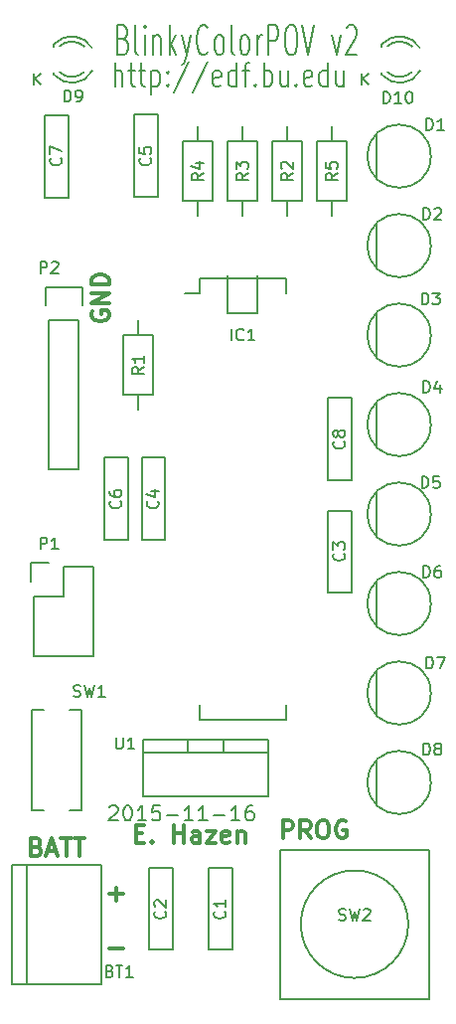
<source format=gbr>
G04 #@! TF.FileFunction,Legend,Top*
%FSLAX46Y46*%
G04 Gerber Fmt 4.6, Leading zero omitted, Abs format (unit mm)*
G04 Created by KiCad (PCBNEW 4.0.0-rc1-stable) date Tue 17 Nov 2015 04:01:17 PM EST*
%MOMM*%
G01*
G04 APERTURE LIST*
%ADD10C,0.100000*%
%ADD11C,0.300000*%
%ADD12C,0.200000*%
%ADD13C,0.203200*%
%ADD14C,0.150000*%
%ADD15C,0.127000*%
G04 APERTURE END LIST*
D10*
D11*
X50050000Y-91312857D02*
X49978571Y-91455714D01*
X49978571Y-91670000D01*
X50050000Y-91884285D01*
X50192857Y-92027143D01*
X50335714Y-92098571D01*
X50621429Y-92170000D01*
X50835714Y-92170000D01*
X51121429Y-92098571D01*
X51264286Y-92027143D01*
X51407143Y-91884285D01*
X51478571Y-91670000D01*
X51478571Y-91527143D01*
X51407143Y-91312857D01*
X51335714Y-91241428D01*
X50835714Y-91241428D01*
X50835714Y-91527143D01*
X51478571Y-90598571D02*
X49978571Y-90598571D01*
X51478571Y-89741428D01*
X49978571Y-89741428D01*
X51478571Y-89027142D02*
X49978571Y-89027142D01*
X49978571Y-88669999D01*
X50050000Y-88455714D01*
X50192857Y-88312856D01*
X50335714Y-88241428D01*
X50621429Y-88169999D01*
X50835714Y-88169999D01*
X51121429Y-88241428D01*
X51264286Y-88312856D01*
X51407143Y-88455714D01*
X51478571Y-88669999D01*
X51478571Y-89027142D01*
D12*
X64135000Y-91440000D02*
X64135000Y-88265000D01*
X61595000Y-91440000D02*
X64135000Y-91440000D01*
X61595000Y-88265000D02*
X61595000Y-91440000D01*
D11*
X53777143Y-135782857D02*
X54277143Y-135782857D01*
X54491429Y-136568571D02*
X53777143Y-136568571D01*
X53777143Y-135068571D01*
X54491429Y-135068571D01*
X55134286Y-136425714D02*
X55205714Y-136497143D01*
X55134286Y-136568571D01*
X55062857Y-136497143D01*
X55134286Y-136425714D01*
X55134286Y-136568571D01*
X56991429Y-136568571D02*
X56991429Y-135068571D01*
X56991429Y-135782857D02*
X57848572Y-135782857D01*
X57848572Y-136568571D02*
X57848572Y-135068571D01*
X59205715Y-136568571D02*
X59205715Y-135782857D01*
X59134286Y-135640000D01*
X58991429Y-135568571D01*
X58705715Y-135568571D01*
X58562858Y-135640000D01*
X59205715Y-136497143D02*
X59062858Y-136568571D01*
X58705715Y-136568571D01*
X58562858Y-136497143D01*
X58491429Y-136354286D01*
X58491429Y-136211429D01*
X58562858Y-136068571D01*
X58705715Y-135997143D01*
X59062858Y-135997143D01*
X59205715Y-135925714D01*
X59777144Y-135568571D02*
X60562858Y-135568571D01*
X59777144Y-136568571D01*
X60562858Y-136568571D01*
X61705715Y-136497143D02*
X61562858Y-136568571D01*
X61277144Y-136568571D01*
X61134287Y-136497143D01*
X61062858Y-136354286D01*
X61062858Y-135782857D01*
X61134287Y-135640000D01*
X61277144Y-135568571D01*
X61562858Y-135568571D01*
X61705715Y-135640000D01*
X61777144Y-135782857D01*
X61777144Y-135925714D01*
X61062858Y-136068571D01*
X62420001Y-135568571D02*
X62420001Y-136568571D01*
X62420001Y-135711429D02*
X62491429Y-135640000D01*
X62634287Y-135568571D01*
X62848572Y-135568571D01*
X62991429Y-135640000D01*
X63062858Y-135782857D01*
X63062858Y-136568571D01*
D13*
X51489428Y-133537476D02*
X51549904Y-133477000D01*
X51670856Y-133416524D01*
X51973237Y-133416524D01*
X52094190Y-133477000D01*
X52154666Y-133537476D01*
X52215142Y-133658429D01*
X52215142Y-133779381D01*
X52154666Y-133960810D01*
X51428952Y-134686524D01*
X52215142Y-134686524D01*
X53001333Y-133416524D02*
X53122285Y-133416524D01*
X53243237Y-133477000D01*
X53303714Y-133537476D01*
X53364190Y-133658429D01*
X53424666Y-133900333D01*
X53424666Y-134202714D01*
X53364190Y-134444619D01*
X53303714Y-134565571D01*
X53243237Y-134626048D01*
X53122285Y-134686524D01*
X53001333Y-134686524D01*
X52880380Y-134626048D01*
X52819904Y-134565571D01*
X52759428Y-134444619D01*
X52698952Y-134202714D01*
X52698952Y-133900333D01*
X52759428Y-133658429D01*
X52819904Y-133537476D01*
X52880380Y-133477000D01*
X53001333Y-133416524D01*
X54634190Y-134686524D02*
X53908476Y-134686524D01*
X54271333Y-134686524D02*
X54271333Y-133416524D01*
X54150381Y-133597952D01*
X54029428Y-133718905D01*
X53908476Y-133779381D01*
X55783238Y-133416524D02*
X55178476Y-133416524D01*
X55118000Y-134021286D01*
X55178476Y-133960810D01*
X55299428Y-133900333D01*
X55601809Y-133900333D01*
X55722762Y-133960810D01*
X55783238Y-134021286D01*
X55843714Y-134142238D01*
X55843714Y-134444619D01*
X55783238Y-134565571D01*
X55722762Y-134626048D01*
X55601809Y-134686524D01*
X55299428Y-134686524D01*
X55178476Y-134626048D01*
X55118000Y-134565571D01*
X56388000Y-134202714D02*
X57355619Y-134202714D01*
X58625619Y-134686524D02*
X57899905Y-134686524D01*
X58262762Y-134686524D02*
X58262762Y-133416524D01*
X58141810Y-133597952D01*
X58020857Y-133718905D01*
X57899905Y-133779381D01*
X59835143Y-134686524D02*
X59109429Y-134686524D01*
X59472286Y-134686524D02*
X59472286Y-133416524D01*
X59351334Y-133597952D01*
X59230381Y-133718905D01*
X59109429Y-133779381D01*
X60379429Y-134202714D02*
X61347048Y-134202714D01*
X62617048Y-134686524D02*
X61891334Y-134686524D01*
X62254191Y-134686524D02*
X62254191Y-133416524D01*
X62133239Y-133597952D01*
X62012286Y-133718905D01*
X61891334Y-133779381D01*
X63705620Y-133416524D02*
X63463715Y-133416524D01*
X63342763Y-133477000D01*
X63282286Y-133537476D01*
X63161334Y-133718905D01*
X63100858Y-133960810D01*
X63100858Y-134444619D01*
X63161334Y-134565571D01*
X63221810Y-134626048D01*
X63342763Y-134686524D01*
X63584667Y-134686524D01*
X63705620Y-134626048D01*
X63766096Y-134565571D01*
X63826572Y-134444619D01*
X63826572Y-134142238D01*
X63766096Y-134021286D01*
X63705620Y-133960810D01*
X63584667Y-133900333D01*
X63342763Y-133900333D01*
X63221810Y-133960810D01*
X63161334Y-134021286D01*
X63100858Y-134142238D01*
D11*
X51498572Y-145601429D02*
X52641429Y-145601429D01*
X51498572Y-140950143D02*
X52641429Y-140950143D01*
X52070000Y-141521571D02*
X52070000Y-140378714D01*
X45311429Y-136925857D02*
X45525715Y-136997286D01*
X45597143Y-137068714D01*
X45668572Y-137211571D01*
X45668572Y-137425857D01*
X45597143Y-137568714D01*
X45525715Y-137640143D01*
X45382857Y-137711571D01*
X44811429Y-137711571D01*
X44811429Y-136211571D01*
X45311429Y-136211571D01*
X45454286Y-136283000D01*
X45525715Y-136354429D01*
X45597143Y-136497286D01*
X45597143Y-136640143D01*
X45525715Y-136783000D01*
X45454286Y-136854429D01*
X45311429Y-136925857D01*
X44811429Y-136925857D01*
X46240000Y-137283000D02*
X46954286Y-137283000D01*
X46097143Y-137711571D02*
X46597143Y-136211571D01*
X47097143Y-137711571D01*
X47382857Y-136211571D02*
X48240000Y-136211571D01*
X47811429Y-137711571D02*
X47811429Y-136211571D01*
X48525714Y-136211571D02*
X49382857Y-136211571D01*
X48954286Y-137711571D02*
X48954286Y-136211571D01*
X66282429Y-136187571D02*
X66282429Y-134687571D01*
X66853857Y-134687571D01*
X66996715Y-134759000D01*
X67068143Y-134830429D01*
X67139572Y-134973286D01*
X67139572Y-135187571D01*
X67068143Y-135330429D01*
X66996715Y-135401857D01*
X66853857Y-135473286D01*
X66282429Y-135473286D01*
X68639572Y-136187571D02*
X68139572Y-135473286D01*
X67782429Y-136187571D02*
X67782429Y-134687571D01*
X68353857Y-134687571D01*
X68496715Y-134759000D01*
X68568143Y-134830429D01*
X68639572Y-134973286D01*
X68639572Y-135187571D01*
X68568143Y-135330429D01*
X68496715Y-135401857D01*
X68353857Y-135473286D01*
X67782429Y-135473286D01*
X69568143Y-134687571D02*
X69853857Y-134687571D01*
X69996715Y-134759000D01*
X70139572Y-134901857D01*
X70211000Y-135187571D01*
X70211000Y-135687571D01*
X70139572Y-135973286D01*
X69996715Y-136116143D01*
X69853857Y-136187571D01*
X69568143Y-136187571D01*
X69425286Y-136116143D01*
X69282429Y-135973286D01*
X69211000Y-135687571D01*
X69211000Y-135187571D01*
X69282429Y-134901857D01*
X69425286Y-134759000D01*
X69568143Y-134687571D01*
X71639572Y-134759000D02*
X71496715Y-134687571D01*
X71282429Y-134687571D01*
X71068144Y-134759000D01*
X70925286Y-134901857D01*
X70853858Y-135044714D01*
X70782429Y-135330429D01*
X70782429Y-135544714D01*
X70853858Y-135830429D01*
X70925286Y-135973286D01*
X71068144Y-136116143D01*
X71282429Y-136187571D01*
X71425286Y-136187571D01*
X71639572Y-136116143D01*
X71711001Y-136044714D01*
X71711001Y-135544714D01*
X71425286Y-135544714D01*
D13*
X51961144Y-72166238D02*
X51961144Y-70134238D01*
X52614287Y-72166238D02*
X52614287Y-71101857D01*
X52541716Y-70908333D01*
X52396573Y-70811571D01*
X52178858Y-70811571D01*
X52033716Y-70908333D01*
X51961144Y-71005095D01*
X53122287Y-70811571D02*
X53702858Y-70811571D01*
X53340001Y-70134238D02*
X53340001Y-71875952D01*
X53412573Y-72069476D01*
X53557715Y-72166238D01*
X53702858Y-72166238D01*
X53993144Y-70811571D02*
X54573715Y-70811571D01*
X54210858Y-70134238D02*
X54210858Y-71875952D01*
X54283430Y-72069476D01*
X54428572Y-72166238D01*
X54573715Y-72166238D01*
X55081715Y-70811571D02*
X55081715Y-72843571D01*
X55081715Y-70908333D02*
X55226858Y-70811571D01*
X55517144Y-70811571D01*
X55662287Y-70908333D01*
X55734858Y-71005095D01*
X55807429Y-71198619D01*
X55807429Y-71779190D01*
X55734858Y-71972714D01*
X55662287Y-72069476D01*
X55517144Y-72166238D01*
X55226858Y-72166238D01*
X55081715Y-72069476D01*
X56460572Y-71972714D02*
X56533144Y-72069476D01*
X56460572Y-72166238D01*
X56388001Y-72069476D01*
X56460572Y-71972714D01*
X56460572Y-72166238D01*
X56460572Y-70908333D02*
X56533144Y-71005095D01*
X56460572Y-71101857D01*
X56388001Y-71005095D01*
X56460572Y-70908333D01*
X56460572Y-71101857D01*
X58274858Y-70037476D02*
X56968572Y-72650048D01*
X59871429Y-70037476D02*
X58565143Y-72650048D01*
X60960000Y-72069476D02*
X60814857Y-72166238D01*
X60524571Y-72166238D01*
X60379428Y-72069476D01*
X60306857Y-71875952D01*
X60306857Y-71101857D01*
X60379428Y-70908333D01*
X60524571Y-70811571D01*
X60814857Y-70811571D01*
X60960000Y-70908333D01*
X61032571Y-71101857D01*
X61032571Y-71295381D01*
X60306857Y-71488905D01*
X62338857Y-72166238D02*
X62338857Y-70134238D01*
X62338857Y-72069476D02*
X62193714Y-72166238D01*
X61903428Y-72166238D01*
X61758286Y-72069476D01*
X61685714Y-71972714D01*
X61613143Y-71779190D01*
X61613143Y-71198619D01*
X61685714Y-71005095D01*
X61758286Y-70908333D01*
X61903428Y-70811571D01*
X62193714Y-70811571D01*
X62338857Y-70908333D01*
X62846857Y-70811571D02*
X63427428Y-70811571D01*
X63064571Y-72166238D02*
X63064571Y-70424524D01*
X63137143Y-70231000D01*
X63282285Y-70134238D01*
X63427428Y-70134238D01*
X63935428Y-71972714D02*
X64008000Y-72069476D01*
X63935428Y-72166238D01*
X63862857Y-72069476D01*
X63935428Y-71972714D01*
X63935428Y-72166238D01*
X64661142Y-72166238D02*
X64661142Y-70134238D01*
X64661142Y-70908333D02*
X64806285Y-70811571D01*
X65096571Y-70811571D01*
X65241714Y-70908333D01*
X65314285Y-71005095D01*
X65386856Y-71198619D01*
X65386856Y-71779190D01*
X65314285Y-71972714D01*
X65241714Y-72069476D01*
X65096571Y-72166238D01*
X64806285Y-72166238D01*
X64661142Y-72069476D01*
X66693142Y-70811571D02*
X66693142Y-72166238D01*
X66039999Y-70811571D02*
X66039999Y-71875952D01*
X66112571Y-72069476D01*
X66257713Y-72166238D01*
X66475428Y-72166238D01*
X66620571Y-72069476D01*
X66693142Y-71972714D01*
X67418856Y-71972714D02*
X67491428Y-72069476D01*
X67418856Y-72166238D01*
X67346285Y-72069476D01*
X67418856Y-71972714D01*
X67418856Y-72166238D01*
X68725142Y-72069476D02*
X68579999Y-72166238D01*
X68289713Y-72166238D01*
X68144570Y-72069476D01*
X68071999Y-71875952D01*
X68071999Y-71101857D01*
X68144570Y-70908333D01*
X68289713Y-70811571D01*
X68579999Y-70811571D01*
X68725142Y-70908333D01*
X68797713Y-71101857D01*
X68797713Y-71295381D01*
X68071999Y-71488905D01*
X70103999Y-72166238D02*
X70103999Y-70134238D01*
X70103999Y-72069476D02*
X69958856Y-72166238D01*
X69668570Y-72166238D01*
X69523428Y-72069476D01*
X69450856Y-71972714D01*
X69378285Y-71779190D01*
X69378285Y-71198619D01*
X69450856Y-71005095D01*
X69523428Y-70908333D01*
X69668570Y-70811571D01*
X69958856Y-70811571D01*
X70103999Y-70908333D01*
X71482856Y-70811571D02*
X71482856Y-72166238D01*
X70829713Y-70811571D02*
X70829713Y-71875952D01*
X70902285Y-72069476D01*
X71047427Y-72166238D01*
X71265142Y-72166238D01*
X71410285Y-72069476D01*
X71482856Y-71972714D01*
X52705000Y-68144571D02*
X52922714Y-68265524D01*
X52995286Y-68386476D01*
X53067857Y-68628381D01*
X53067857Y-68991238D01*
X52995286Y-69233143D01*
X52922714Y-69354095D01*
X52777572Y-69475048D01*
X52197000Y-69475048D01*
X52197000Y-66935048D01*
X52705000Y-66935048D01*
X52850143Y-67056000D01*
X52922714Y-67176952D01*
X52995286Y-67418857D01*
X52995286Y-67660762D01*
X52922714Y-67902667D01*
X52850143Y-68023619D01*
X52705000Y-68144571D01*
X52197000Y-68144571D01*
X53938714Y-69475048D02*
X53793572Y-69354095D01*
X53721000Y-69112190D01*
X53721000Y-66935048D01*
X54519286Y-69475048D02*
X54519286Y-67781714D01*
X54519286Y-66935048D02*
X54446715Y-67056000D01*
X54519286Y-67176952D01*
X54591858Y-67056000D01*
X54519286Y-66935048D01*
X54519286Y-67176952D01*
X55245000Y-67781714D02*
X55245000Y-69475048D01*
X55245000Y-68023619D02*
X55317572Y-67902667D01*
X55462714Y-67781714D01*
X55680429Y-67781714D01*
X55825572Y-67902667D01*
X55898143Y-68144571D01*
X55898143Y-69475048D01*
X56623857Y-69475048D02*
X56623857Y-66935048D01*
X56769000Y-68507429D02*
X57204429Y-69475048D01*
X57204429Y-67781714D02*
X56623857Y-68749333D01*
X57712428Y-67781714D02*
X58075285Y-69475048D01*
X58438143Y-67781714D02*
X58075285Y-69475048D01*
X57930143Y-70079810D01*
X57857571Y-70200762D01*
X57712428Y-70321714D01*
X59889571Y-69233143D02*
X59817000Y-69354095D01*
X59599286Y-69475048D01*
X59454143Y-69475048D01*
X59236428Y-69354095D01*
X59091286Y-69112190D01*
X59018714Y-68870286D01*
X58946143Y-68386476D01*
X58946143Y-68023619D01*
X59018714Y-67539810D01*
X59091286Y-67297905D01*
X59236428Y-67056000D01*
X59454143Y-66935048D01*
X59599286Y-66935048D01*
X59817000Y-67056000D01*
X59889571Y-67176952D01*
X60760428Y-69475048D02*
X60615286Y-69354095D01*
X60542714Y-69233143D01*
X60470143Y-68991238D01*
X60470143Y-68265524D01*
X60542714Y-68023619D01*
X60615286Y-67902667D01*
X60760428Y-67781714D01*
X60978143Y-67781714D01*
X61123286Y-67902667D01*
X61195857Y-68023619D01*
X61268428Y-68265524D01*
X61268428Y-68991238D01*
X61195857Y-69233143D01*
X61123286Y-69354095D01*
X60978143Y-69475048D01*
X60760428Y-69475048D01*
X62139285Y-69475048D02*
X61994143Y-69354095D01*
X61921571Y-69112190D01*
X61921571Y-66935048D01*
X62937571Y-69475048D02*
X62792429Y-69354095D01*
X62719857Y-69233143D01*
X62647286Y-68991238D01*
X62647286Y-68265524D01*
X62719857Y-68023619D01*
X62792429Y-67902667D01*
X62937571Y-67781714D01*
X63155286Y-67781714D01*
X63300429Y-67902667D01*
X63373000Y-68023619D01*
X63445571Y-68265524D01*
X63445571Y-68991238D01*
X63373000Y-69233143D01*
X63300429Y-69354095D01*
X63155286Y-69475048D01*
X62937571Y-69475048D01*
X64098714Y-69475048D02*
X64098714Y-67781714D01*
X64098714Y-68265524D02*
X64171286Y-68023619D01*
X64243857Y-67902667D01*
X64389000Y-67781714D01*
X64534143Y-67781714D01*
X65042143Y-69475048D02*
X65042143Y-66935048D01*
X65622715Y-66935048D01*
X65767857Y-67056000D01*
X65840429Y-67176952D01*
X65913000Y-67418857D01*
X65913000Y-67781714D01*
X65840429Y-68023619D01*
X65767857Y-68144571D01*
X65622715Y-68265524D01*
X65042143Y-68265524D01*
X66856429Y-66935048D02*
X67146715Y-66935048D01*
X67291857Y-67056000D01*
X67437000Y-67297905D01*
X67509572Y-67781714D01*
X67509572Y-68628381D01*
X67437000Y-69112190D01*
X67291857Y-69354095D01*
X67146715Y-69475048D01*
X66856429Y-69475048D01*
X66711286Y-69354095D01*
X66566143Y-69112190D01*
X66493572Y-68628381D01*
X66493572Y-67781714D01*
X66566143Y-67297905D01*
X66711286Y-67056000D01*
X66856429Y-66935048D01*
X67945000Y-66935048D02*
X68453000Y-69475048D01*
X68961000Y-66935048D01*
X70485000Y-67781714D02*
X70847857Y-69475048D01*
X71210715Y-67781714D01*
X71718715Y-67176952D02*
X71791286Y-67056000D01*
X71936429Y-66935048D01*
X72299286Y-66935048D01*
X72444429Y-67056000D01*
X72517000Y-67176952D01*
X72589572Y-67418857D01*
X72589572Y-67660762D01*
X72517000Y-68023619D01*
X71646143Y-69475048D01*
X72589572Y-69475048D01*
D14*
X44450000Y-148590000D02*
X44450000Y-138430000D01*
X43180000Y-148590000D02*
X50800000Y-148590000D01*
X50800000Y-148590000D02*
X50800000Y-138430000D01*
X50800000Y-138430000D02*
X43180000Y-138430000D01*
X43180000Y-138430000D02*
X43180000Y-148590000D01*
X61960000Y-138700000D02*
X61960000Y-145700000D01*
X61960000Y-145700000D02*
X59960000Y-145700000D01*
X59960000Y-145700000D02*
X59960000Y-138700000D01*
X59960000Y-138700000D02*
X61960000Y-138700000D01*
X56880000Y-138700000D02*
X56880000Y-145700000D01*
X56880000Y-145700000D02*
X54880000Y-145700000D01*
X54880000Y-145700000D02*
X54880000Y-138700000D01*
X54880000Y-138700000D02*
X56880000Y-138700000D01*
X70120000Y-115300000D02*
X70120000Y-108300000D01*
X70120000Y-108300000D02*
X72120000Y-108300000D01*
X72120000Y-108300000D02*
X72120000Y-115300000D01*
X72120000Y-115300000D02*
X70120000Y-115300000D01*
X56245000Y-103775000D02*
X56245000Y-110775000D01*
X56245000Y-110775000D02*
X54245000Y-110775000D01*
X54245000Y-110775000D02*
X54245000Y-103775000D01*
X54245000Y-103775000D02*
X56245000Y-103775000D01*
X55610000Y-74565000D02*
X55610000Y-81565000D01*
X55610000Y-81565000D02*
X53610000Y-81565000D01*
X53610000Y-81565000D02*
X53610000Y-74565000D01*
X53610000Y-74565000D02*
X55610000Y-74565000D01*
X45990000Y-81645000D02*
X45990000Y-74645000D01*
X45990000Y-74645000D02*
X47990000Y-74645000D01*
X47990000Y-74645000D02*
X47990000Y-81645000D01*
X47990000Y-81645000D02*
X45990000Y-81645000D01*
X72120000Y-98695000D02*
X72120000Y-105695000D01*
X72120000Y-105695000D02*
X70120000Y-105695000D01*
X70120000Y-105695000D02*
X70120000Y-98695000D01*
X70120000Y-98695000D02*
X72120000Y-98695000D01*
X59190000Y-88510000D02*
X59190000Y-89780000D01*
X66540000Y-88510000D02*
X66540000Y-89780000D01*
X66540000Y-126120000D02*
X66540000Y-124850000D01*
X59190000Y-126120000D02*
X59190000Y-124850000D01*
X59190000Y-88510000D02*
X66540000Y-88510000D01*
X59190000Y-126120000D02*
X66540000Y-126120000D01*
X59190000Y-89780000D02*
X57905000Y-89780000D01*
X45085000Y-115570000D02*
X45085000Y-120650000D01*
X44805000Y-112750000D02*
X46355000Y-112750000D01*
X47625000Y-113030000D02*
X47625000Y-115570000D01*
X47625000Y-115570000D02*
X45085000Y-115570000D01*
X45085000Y-120650000D02*
X50165000Y-120650000D01*
X50165000Y-120650000D02*
X50165000Y-115570000D01*
X44805000Y-112750000D02*
X44805000Y-114300000D01*
X50165000Y-113030000D02*
X47625000Y-113030000D01*
X50165000Y-115570000D02*
X50165000Y-113030000D01*
X48895000Y-92075000D02*
X48895000Y-104775000D01*
X48895000Y-104775000D02*
X46355000Y-104775000D01*
X46355000Y-104775000D02*
X46355000Y-92075000D01*
X49175000Y-89255000D02*
X49175000Y-90805000D01*
X48895000Y-92075000D02*
X46355000Y-92075000D01*
X46075000Y-90805000D02*
X46075000Y-89255000D01*
X46075000Y-89255000D02*
X49175000Y-89255000D01*
X52705000Y-98425000D02*
X52705000Y-93345000D01*
X52705000Y-93345000D02*
X55245000Y-93345000D01*
X55245000Y-93345000D02*
X55245000Y-98425000D01*
X55245000Y-98425000D02*
X52705000Y-98425000D01*
X53975000Y-98425000D02*
X53975000Y-99695000D01*
X53975000Y-93345000D02*
X53975000Y-92075000D01*
X65405000Y-81915000D02*
X65405000Y-76835000D01*
X65405000Y-76835000D02*
X67945000Y-76835000D01*
X67945000Y-76835000D02*
X67945000Y-81915000D01*
X67945000Y-81915000D02*
X65405000Y-81915000D01*
X66675000Y-81915000D02*
X66675000Y-83185000D01*
X66675000Y-76835000D02*
X66675000Y-75565000D01*
X61595000Y-81915000D02*
X61595000Y-76835000D01*
X61595000Y-76835000D02*
X64135000Y-76835000D01*
X64135000Y-76835000D02*
X64135000Y-81915000D01*
X64135000Y-81915000D02*
X61595000Y-81915000D01*
X62865000Y-81915000D02*
X62865000Y-83185000D01*
X62865000Y-76835000D02*
X62865000Y-75565000D01*
X57785000Y-81915000D02*
X57785000Y-76835000D01*
X57785000Y-76835000D02*
X60325000Y-76835000D01*
X60325000Y-76835000D02*
X60325000Y-81915000D01*
X60325000Y-81915000D02*
X57785000Y-81915000D01*
X59055000Y-81915000D02*
X59055000Y-83185000D01*
X59055000Y-76835000D02*
X59055000Y-75565000D01*
X69215000Y-81915000D02*
X69215000Y-76835000D01*
X69215000Y-76835000D02*
X71755000Y-76835000D01*
X71755000Y-76835000D02*
X71755000Y-81915000D01*
X71755000Y-81915000D02*
X69215000Y-81915000D01*
X70485000Y-81915000D02*
X70485000Y-83185000D01*
X70485000Y-76835000D02*
X70485000Y-75565000D01*
X58166000Y-127762000D02*
X58166000Y-128905000D01*
X61214000Y-127762000D02*
X61214000Y-128905000D01*
X65024000Y-128905000D02*
X65024000Y-132588000D01*
X65024000Y-132588000D02*
X54356000Y-132588000D01*
X54356000Y-132588000D02*
X54356000Y-128905000D01*
X65024000Y-127762000D02*
X65024000Y-128905000D01*
X65024000Y-128905000D02*
X54356000Y-128905000D01*
X54356000Y-128905000D02*
X54356000Y-127762000D01*
X59690000Y-127762000D02*
X54356000Y-127762000D01*
X59690000Y-127762000D02*
X65024000Y-127762000D01*
D15*
X74295000Y-133350000D02*
X74295000Y-129540000D01*
X78894077Y-131445000D02*
G75*
G03X78894077Y-131445000I-2694077J0D01*
G01*
X74295000Y-125730000D02*
X74295000Y-121920000D01*
X78894077Y-123825000D02*
G75*
G03X78894077Y-123825000I-2694077J0D01*
G01*
X74295000Y-118110000D02*
X74295000Y-114300000D01*
X78894077Y-116205000D02*
G75*
G03X78894077Y-116205000I-2694077J0D01*
G01*
X74295000Y-110490000D02*
X74295000Y-106680000D01*
X78894077Y-108585000D02*
G75*
G03X78894077Y-108585000I-2694077J0D01*
G01*
X74295000Y-102870000D02*
X74295000Y-99060000D01*
X78894077Y-100965000D02*
G75*
G03X78894077Y-100965000I-2694077J0D01*
G01*
X74295000Y-95250000D02*
X74295000Y-91440000D01*
X78894077Y-93345000D02*
G75*
G03X78894077Y-93345000I-2694077J0D01*
G01*
X74295000Y-87630000D02*
X74295000Y-83820000D01*
X78894077Y-85725000D02*
G75*
G03X78894077Y-85725000I-2694077J0D01*
G01*
X74295000Y-80010000D02*
X74295000Y-76200000D01*
X78894077Y-78105000D02*
G75*
G03X78894077Y-78105000I-2694077J0D01*
G01*
D14*
X46791000Y-71164000D02*
X46791000Y-70964000D01*
X46791000Y-68570000D02*
X46791000Y-68750000D01*
X50018744Y-68880357D02*
G75*
G03X46791000Y-68564000I-1727744J-1003643D01*
G01*
X49343006Y-68750932D02*
G75*
G03X47240000Y-68750000I-1052006J-1133068D01*
G01*
X46803780Y-71190726D02*
G75*
G03X50041000Y-70844000I1497220J1306726D01*
G01*
X47277111Y-70963253D02*
G75*
G03X49325000Y-70944000I1013889J1079253D01*
G01*
X74731000Y-71164000D02*
X74731000Y-70964000D01*
X74731000Y-68570000D02*
X74731000Y-68750000D01*
X77958744Y-68880357D02*
G75*
G03X74731000Y-68564000I-1727744J-1003643D01*
G01*
X77283006Y-68750932D02*
G75*
G03X75180000Y-68750000I-1052006J-1133068D01*
G01*
X74743780Y-71190726D02*
G75*
G03X77981000Y-70844000I1497220J1306726D01*
G01*
X75217111Y-70963253D02*
G75*
G03X77265000Y-70944000I1013889J1079253D01*
G01*
X45890000Y-133840000D02*
X44890000Y-133840000D01*
X44890000Y-133840000D02*
X44890000Y-129540000D01*
X48090000Y-125240000D02*
X49090000Y-125240000D01*
X49090000Y-125240000D02*
X49090000Y-133840000D01*
X49090000Y-133840000D02*
X48090000Y-133840000D01*
X44890000Y-129540000D02*
X44890000Y-125240000D01*
X44890000Y-125240000D02*
X45890000Y-125240000D01*
X76969050Y-143510000D02*
G75*
G03X76969050Y-143510000I-4579050J0D01*
G01*
X66040000Y-137160000D02*
X78740000Y-137160000D01*
X78740000Y-137160000D02*
X78740000Y-149860000D01*
X78740000Y-149860000D02*
X66040000Y-149860000D01*
X66040000Y-149860000D02*
X66040000Y-137160000D01*
X53070000Y-103775000D02*
X53070000Y-110775000D01*
X53070000Y-110775000D02*
X51070000Y-110775000D01*
X51070000Y-110775000D02*
X51070000Y-103775000D01*
X51070000Y-103775000D02*
X53070000Y-103775000D01*
X51538286Y-147502571D02*
X51681143Y-147550190D01*
X51728762Y-147597810D01*
X51776381Y-147693048D01*
X51776381Y-147835905D01*
X51728762Y-147931143D01*
X51681143Y-147978762D01*
X51585905Y-148026381D01*
X51204952Y-148026381D01*
X51204952Y-147026381D01*
X51538286Y-147026381D01*
X51633524Y-147074000D01*
X51681143Y-147121619D01*
X51728762Y-147216857D01*
X51728762Y-147312095D01*
X51681143Y-147407333D01*
X51633524Y-147454952D01*
X51538286Y-147502571D01*
X51204952Y-147502571D01*
X52062095Y-147026381D02*
X52633524Y-147026381D01*
X52347809Y-148026381D02*
X52347809Y-147026381D01*
X53490667Y-148026381D02*
X52919238Y-148026381D01*
X53204952Y-148026381D02*
X53204952Y-147026381D01*
X53109714Y-147169238D01*
X53014476Y-147264476D01*
X52919238Y-147312095D01*
X61317143Y-142406666D02*
X61364762Y-142454285D01*
X61412381Y-142597142D01*
X61412381Y-142692380D01*
X61364762Y-142835238D01*
X61269524Y-142930476D01*
X61174286Y-142978095D01*
X60983810Y-143025714D01*
X60840952Y-143025714D01*
X60650476Y-142978095D01*
X60555238Y-142930476D01*
X60460000Y-142835238D01*
X60412381Y-142692380D01*
X60412381Y-142597142D01*
X60460000Y-142454285D01*
X60507619Y-142406666D01*
X61412381Y-141454285D02*
X61412381Y-142025714D01*
X61412381Y-141740000D02*
X60412381Y-141740000D01*
X60555238Y-141835238D01*
X60650476Y-141930476D01*
X60698095Y-142025714D01*
X56237143Y-142406666D02*
X56284762Y-142454285D01*
X56332381Y-142597142D01*
X56332381Y-142692380D01*
X56284762Y-142835238D01*
X56189524Y-142930476D01*
X56094286Y-142978095D01*
X55903810Y-143025714D01*
X55760952Y-143025714D01*
X55570476Y-142978095D01*
X55475238Y-142930476D01*
X55380000Y-142835238D01*
X55332381Y-142692380D01*
X55332381Y-142597142D01*
X55380000Y-142454285D01*
X55427619Y-142406666D01*
X55427619Y-142025714D02*
X55380000Y-141978095D01*
X55332381Y-141882857D01*
X55332381Y-141644761D01*
X55380000Y-141549523D01*
X55427619Y-141501904D01*
X55522857Y-141454285D01*
X55618095Y-141454285D01*
X55760952Y-141501904D01*
X56332381Y-142073333D01*
X56332381Y-141454285D01*
X71477143Y-111926666D02*
X71524762Y-111974285D01*
X71572381Y-112117142D01*
X71572381Y-112212380D01*
X71524762Y-112355238D01*
X71429524Y-112450476D01*
X71334286Y-112498095D01*
X71143810Y-112545714D01*
X71000952Y-112545714D01*
X70810476Y-112498095D01*
X70715238Y-112450476D01*
X70620000Y-112355238D01*
X70572381Y-112212380D01*
X70572381Y-112117142D01*
X70620000Y-111974285D01*
X70667619Y-111926666D01*
X70572381Y-111593333D02*
X70572381Y-110974285D01*
X70953333Y-111307619D01*
X70953333Y-111164761D01*
X71000952Y-111069523D01*
X71048571Y-111021904D01*
X71143810Y-110974285D01*
X71381905Y-110974285D01*
X71477143Y-111021904D01*
X71524762Y-111069523D01*
X71572381Y-111164761D01*
X71572381Y-111450476D01*
X71524762Y-111545714D01*
X71477143Y-111593333D01*
X55602143Y-107481666D02*
X55649762Y-107529285D01*
X55697381Y-107672142D01*
X55697381Y-107767380D01*
X55649762Y-107910238D01*
X55554524Y-108005476D01*
X55459286Y-108053095D01*
X55268810Y-108100714D01*
X55125952Y-108100714D01*
X54935476Y-108053095D01*
X54840238Y-108005476D01*
X54745000Y-107910238D01*
X54697381Y-107767380D01*
X54697381Y-107672142D01*
X54745000Y-107529285D01*
X54792619Y-107481666D01*
X55030714Y-106624523D02*
X55697381Y-106624523D01*
X54649762Y-106862619D02*
X55364048Y-107100714D01*
X55364048Y-106481666D01*
X54967143Y-78271666D02*
X55014762Y-78319285D01*
X55062381Y-78462142D01*
X55062381Y-78557380D01*
X55014762Y-78700238D01*
X54919524Y-78795476D01*
X54824286Y-78843095D01*
X54633810Y-78890714D01*
X54490952Y-78890714D01*
X54300476Y-78843095D01*
X54205238Y-78795476D01*
X54110000Y-78700238D01*
X54062381Y-78557380D01*
X54062381Y-78462142D01*
X54110000Y-78319285D01*
X54157619Y-78271666D01*
X54062381Y-77366904D02*
X54062381Y-77843095D01*
X54538571Y-77890714D01*
X54490952Y-77843095D01*
X54443333Y-77747857D01*
X54443333Y-77509761D01*
X54490952Y-77414523D01*
X54538571Y-77366904D01*
X54633810Y-77319285D01*
X54871905Y-77319285D01*
X54967143Y-77366904D01*
X55014762Y-77414523D01*
X55062381Y-77509761D01*
X55062381Y-77747857D01*
X55014762Y-77843095D01*
X54967143Y-77890714D01*
X47347143Y-78271666D02*
X47394762Y-78319285D01*
X47442381Y-78462142D01*
X47442381Y-78557380D01*
X47394762Y-78700238D01*
X47299524Y-78795476D01*
X47204286Y-78843095D01*
X47013810Y-78890714D01*
X46870952Y-78890714D01*
X46680476Y-78843095D01*
X46585238Y-78795476D01*
X46490000Y-78700238D01*
X46442381Y-78557380D01*
X46442381Y-78462142D01*
X46490000Y-78319285D01*
X46537619Y-78271666D01*
X46442381Y-77938333D02*
X46442381Y-77271666D01*
X47442381Y-77700238D01*
X71477143Y-102401666D02*
X71524762Y-102449285D01*
X71572381Y-102592142D01*
X71572381Y-102687380D01*
X71524762Y-102830238D01*
X71429524Y-102925476D01*
X71334286Y-102973095D01*
X71143810Y-103020714D01*
X71000952Y-103020714D01*
X70810476Y-102973095D01*
X70715238Y-102925476D01*
X70620000Y-102830238D01*
X70572381Y-102687380D01*
X70572381Y-102592142D01*
X70620000Y-102449285D01*
X70667619Y-102401666D01*
X71000952Y-101830238D02*
X70953333Y-101925476D01*
X70905714Y-101973095D01*
X70810476Y-102020714D01*
X70762857Y-102020714D01*
X70667619Y-101973095D01*
X70620000Y-101925476D01*
X70572381Y-101830238D01*
X70572381Y-101639761D01*
X70620000Y-101544523D01*
X70667619Y-101496904D01*
X70762857Y-101449285D01*
X70810476Y-101449285D01*
X70905714Y-101496904D01*
X70953333Y-101544523D01*
X71000952Y-101639761D01*
X71000952Y-101830238D01*
X71048571Y-101925476D01*
X71096190Y-101973095D01*
X71191429Y-102020714D01*
X71381905Y-102020714D01*
X71477143Y-101973095D01*
X71524762Y-101925476D01*
X71572381Y-101830238D01*
X71572381Y-101639761D01*
X71524762Y-101544523D01*
X71477143Y-101496904D01*
X71381905Y-101449285D01*
X71191429Y-101449285D01*
X71096190Y-101496904D01*
X71048571Y-101544523D01*
X71000952Y-101639761D01*
X61888810Y-93797381D02*
X61888810Y-92797381D01*
X62936429Y-93702143D02*
X62888810Y-93749762D01*
X62745953Y-93797381D01*
X62650715Y-93797381D01*
X62507857Y-93749762D01*
X62412619Y-93654524D01*
X62365000Y-93559286D01*
X62317381Y-93368810D01*
X62317381Y-93225952D01*
X62365000Y-93035476D01*
X62412619Y-92940238D01*
X62507857Y-92845000D01*
X62650715Y-92797381D01*
X62745953Y-92797381D01*
X62888810Y-92845000D01*
X62936429Y-92892619D01*
X63888810Y-93797381D02*
X63317381Y-93797381D01*
X63603095Y-93797381D02*
X63603095Y-92797381D01*
X63507857Y-92940238D01*
X63412619Y-93035476D01*
X63317381Y-93083095D01*
X45616905Y-111577381D02*
X45616905Y-110577381D01*
X45997858Y-110577381D01*
X46093096Y-110625000D01*
X46140715Y-110672619D01*
X46188334Y-110767857D01*
X46188334Y-110910714D01*
X46140715Y-111005952D01*
X46093096Y-111053571D01*
X45997858Y-111101190D01*
X45616905Y-111101190D01*
X47140715Y-111577381D02*
X46569286Y-111577381D01*
X46855000Y-111577381D02*
X46855000Y-110577381D01*
X46759762Y-110720238D01*
X46664524Y-110815476D01*
X46569286Y-110863095D01*
X45616905Y-88082381D02*
X45616905Y-87082381D01*
X45997858Y-87082381D01*
X46093096Y-87130000D01*
X46140715Y-87177619D01*
X46188334Y-87272857D01*
X46188334Y-87415714D01*
X46140715Y-87510952D01*
X46093096Y-87558571D01*
X45997858Y-87606190D01*
X45616905Y-87606190D01*
X46569286Y-87177619D02*
X46616905Y-87130000D01*
X46712143Y-87082381D01*
X46950239Y-87082381D01*
X47045477Y-87130000D01*
X47093096Y-87177619D01*
X47140715Y-87272857D01*
X47140715Y-87368095D01*
X47093096Y-87510952D01*
X46521667Y-88082381D01*
X47140715Y-88082381D01*
X54427381Y-96051666D02*
X53951190Y-96385000D01*
X54427381Y-96623095D02*
X53427381Y-96623095D01*
X53427381Y-96242142D01*
X53475000Y-96146904D01*
X53522619Y-96099285D01*
X53617857Y-96051666D01*
X53760714Y-96051666D01*
X53855952Y-96099285D01*
X53903571Y-96146904D01*
X53951190Y-96242142D01*
X53951190Y-96623095D01*
X54427381Y-95099285D02*
X54427381Y-95670714D01*
X54427381Y-95385000D02*
X53427381Y-95385000D01*
X53570238Y-95480238D01*
X53665476Y-95575476D01*
X53713095Y-95670714D01*
X67127381Y-79541666D02*
X66651190Y-79875000D01*
X67127381Y-80113095D02*
X66127381Y-80113095D01*
X66127381Y-79732142D01*
X66175000Y-79636904D01*
X66222619Y-79589285D01*
X66317857Y-79541666D01*
X66460714Y-79541666D01*
X66555952Y-79589285D01*
X66603571Y-79636904D01*
X66651190Y-79732142D01*
X66651190Y-80113095D01*
X66222619Y-79160714D02*
X66175000Y-79113095D01*
X66127381Y-79017857D01*
X66127381Y-78779761D01*
X66175000Y-78684523D01*
X66222619Y-78636904D01*
X66317857Y-78589285D01*
X66413095Y-78589285D01*
X66555952Y-78636904D01*
X67127381Y-79208333D01*
X67127381Y-78589285D01*
X63317381Y-79541666D02*
X62841190Y-79875000D01*
X63317381Y-80113095D02*
X62317381Y-80113095D01*
X62317381Y-79732142D01*
X62365000Y-79636904D01*
X62412619Y-79589285D01*
X62507857Y-79541666D01*
X62650714Y-79541666D01*
X62745952Y-79589285D01*
X62793571Y-79636904D01*
X62841190Y-79732142D01*
X62841190Y-80113095D01*
X62317381Y-79208333D02*
X62317381Y-78589285D01*
X62698333Y-78922619D01*
X62698333Y-78779761D01*
X62745952Y-78684523D01*
X62793571Y-78636904D01*
X62888810Y-78589285D01*
X63126905Y-78589285D01*
X63222143Y-78636904D01*
X63269762Y-78684523D01*
X63317381Y-78779761D01*
X63317381Y-79065476D01*
X63269762Y-79160714D01*
X63222143Y-79208333D01*
X59507381Y-79541666D02*
X59031190Y-79875000D01*
X59507381Y-80113095D02*
X58507381Y-80113095D01*
X58507381Y-79732142D01*
X58555000Y-79636904D01*
X58602619Y-79589285D01*
X58697857Y-79541666D01*
X58840714Y-79541666D01*
X58935952Y-79589285D01*
X58983571Y-79636904D01*
X59031190Y-79732142D01*
X59031190Y-80113095D01*
X58840714Y-78684523D02*
X59507381Y-78684523D01*
X58459762Y-78922619D02*
X59174048Y-79160714D01*
X59174048Y-78541666D01*
X70937381Y-79541666D02*
X70461190Y-79875000D01*
X70937381Y-80113095D02*
X69937381Y-80113095D01*
X69937381Y-79732142D01*
X69985000Y-79636904D01*
X70032619Y-79589285D01*
X70127857Y-79541666D01*
X70270714Y-79541666D01*
X70365952Y-79589285D01*
X70413571Y-79636904D01*
X70461190Y-79732142D01*
X70461190Y-80113095D01*
X69937381Y-78636904D02*
X69937381Y-79113095D01*
X70413571Y-79160714D01*
X70365952Y-79113095D01*
X70318333Y-79017857D01*
X70318333Y-78779761D01*
X70365952Y-78684523D01*
X70413571Y-78636904D01*
X70508810Y-78589285D01*
X70746905Y-78589285D01*
X70842143Y-78636904D01*
X70889762Y-78684523D01*
X70937381Y-78779761D01*
X70937381Y-79017857D01*
X70889762Y-79113095D01*
X70842143Y-79160714D01*
X52070095Y-127595381D02*
X52070095Y-128404905D01*
X52117714Y-128500143D01*
X52165333Y-128547762D01*
X52260571Y-128595381D01*
X52451048Y-128595381D01*
X52546286Y-128547762D01*
X52593905Y-128500143D01*
X52641524Y-128404905D01*
X52641524Y-127595381D01*
X53641524Y-128595381D02*
X53070095Y-128595381D01*
X53355809Y-128595381D02*
X53355809Y-127595381D01*
X53260571Y-127738238D01*
X53165333Y-127833476D01*
X53070095Y-127881095D01*
X78255905Y-129103381D02*
X78255905Y-128103381D01*
X78494000Y-128103381D01*
X78636858Y-128151000D01*
X78732096Y-128246238D01*
X78779715Y-128341476D01*
X78827334Y-128531952D01*
X78827334Y-128674810D01*
X78779715Y-128865286D01*
X78732096Y-128960524D01*
X78636858Y-129055762D01*
X78494000Y-129103381D01*
X78255905Y-129103381D01*
X79398762Y-128531952D02*
X79303524Y-128484333D01*
X79255905Y-128436714D01*
X79208286Y-128341476D01*
X79208286Y-128293857D01*
X79255905Y-128198619D01*
X79303524Y-128151000D01*
X79398762Y-128103381D01*
X79589239Y-128103381D01*
X79684477Y-128151000D01*
X79732096Y-128198619D01*
X79779715Y-128293857D01*
X79779715Y-128341476D01*
X79732096Y-128436714D01*
X79684477Y-128484333D01*
X79589239Y-128531952D01*
X79398762Y-128531952D01*
X79303524Y-128579571D01*
X79255905Y-128627190D01*
X79208286Y-128722429D01*
X79208286Y-128912905D01*
X79255905Y-129008143D01*
X79303524Y-129055762D01*
X79398762Y-129103381D01*
X79589239Y-129103381D01*
X79684477Y-129055762D01*
X79732096Y-129008143D01*
X79779715Y-128912905D01*
X79779715Y-128722429D01*
X79732096Y-128627190D01*
X79684477Y-128579571D01*
X79589239Y-128531952D01*
X78509905Y-121737381D02*
X78509905Y-120737381D01*
X78748000Y-120737381D01*
X78890858Y-120785000D01*
X78986096Y-120880238D01*
X79033715Y-120975476D01*
X79081334Y-121165952D01*
X79081334Y-121308810D01*
X79033715Y-121499286D01*
X78986096Y-121594524D01*
X78890858Y-121689762D01*
X78748000Y-121737381D01*
X78509905Y-121737381D01*
X79414667Y-120737381D02*
X80081334Y-120737381D01*
X79652762Y-121737381D01*
X78255905Y-113990381D02*
X78255905Y-112990381D01*
X78494000Y-112990381D01*
X78636858Y-113038000D01*
X78732096Y-113133238D01*
X78779715Y-113228476D01*
X78827334Y-113418952D01*
X78827334Y-113561810D01*
X78779715Y-113752286D01*
X78732096Y-113847524D01*
X78636858Y-113942762D01*
X78494000Y-113990381D01*
X78255905Y-113990381D01*
X79684477Y-112990381D02*
X79494000Y-112990381D01*
X79398762Y-113038000D01*
X79351143Y-113085619D01*
X79255905Y-113228476D01*
X79208286Y-113418952D01*
X79208286Y-113799905D01*
X79255905Y-113895143D01*
X79303524Y-113942762D01*
X79398762Y-113990381D01*
X79589239Y-113990381D01*
X79684477Y-113942762D01*
X79732096Y-113895143D01*
X79779715Y-113799905D01*
X79779715Y-113561810D01*
X79732096Y-113466571D01*
X79684477Y-113418952D01*
X79589239Y-113371333D01*
X79398762Y-113371333D01*
X79303524Y-113418952D01*
X79255905Y-113466571D01*
X79208286Y-113561810D01*
X78128905Y-106370381D02*
X78128905Y-105370381D01*
X78367000Y-105370381D01*
X78509858Y-105418000D01*
X78605096Y-105513238D01*
X78652715Y-105608476D01*
X78700334Y-105798952D01*
X78700334Y-105941810D01*
X78652715Y-106132286D01*
X78605096Y-106227524D01*
X78509858Y-106322762D01*
X78367000Y-106370381D01*
X78128905Y-106370381D01*
X79605096Y-105370381D02*
X79128905Y-105370381D01*
X79081286Y-105846571D01*
X79128905Y-105798952D01*
X79224143Y-105751333D01*
X79462239Y-105751333D01*
X79557477Y-105798952D01*
X79605096Y-105846571D01*
X79652715Y-105941810D01*
X79652715Y-106179905D01*
X79605096Y-106275143D01*
X79557477Y-106322762D01*
X79462239Y-106370381D01*
X79224143Y-106370381D01*
X79128905Y-106322762D01*
X79081286Y-106275143D01*
X78255905Y-98242381D02*
X78255905Y-97242381D01*
X78494000Y-97242381D01*
X78636858Y-97290000D01*
X78732096Y-97385238D01*
X78779715Y-97480476D01*
X78827334Y-97670952D01*
X78827334Y-97813810D01*
X78779715Y-98004286D01*
X78732096Y-98099524D01*
X78636858Y-98194762D01*
X78494000Y-98242381D01*
X78255905Y-98242381D01*
X79684477Y-97575714D02*
X79684477Y-98242381D01*
X79446381Y-97194762D02*
X79208286Y-97909048D01*
X79827334Y-97909048D01*
X78128905Y-90749381D02*
X78128905Y-89749381D01*
X78367000Y-89749381D01*
X78509858Y-89797000D01*
X78605096Y-89892238D01*
X78652715Y-89987476D01*
X78700334Y-90177952D01*
X78700334Y-90320810D01*
X78652715Y-90511286D01*
X78605096Y-90606524D01*
X78509858Y-90701762D01*
X78367000Y-90749381D01*
X78128905Y-90749381D01*
X79033667Y-89749381D02*
X79652715Y-89749381D01*
X79319381Y-90130333D01*
X79462239Y-90130333D01*
X79557477Y-90177952D01*
X79605096Y-90225571D01*
X79652715Y-90320810D01*
X79652715Y-90558905D01*
X79605096Y-90654143D01*
X79557477Y-90701762D01*
X79462239Y-90749381D01*
X79176524Y-90749381D01*
X79081286Y-90701762D01*
X79033667Y-90654143D01*
X78255905Y-83510381D02*
X78255905Y-82510381D01*
X78494000Y-82510381D01*
X78636858Y-82558000D01*
X78732096Y-82653238D01*
X78779715Y-82748476D01*
X78827334Y-82938952D01*
X78827334Y-83081810D01*
X78779715Y-83272286D01*
X78732096Y-83367524D01*
X78636858Y-83462762D01*
X78494000Y-83510381D01*
X78255905Y-83510381D01*
X79208286Y-82605619D02*
X79255905Y-82558000D01*
X79351143Y-82510381D01*
X79589239Y-82510381D01*
X79684477Y-82558000D01*
X79732096Y-82605619D01*
X79779715Y-82700857D01*
X79779715Y-82796095D01*
X79732096Y-82938952D01*
X79160667Y-83510381D01*
X79779715Y-83510381D01*
X78509905Y-75890381D02*
X78509905Y-74890381D01*
X78748000Y-74890381D01*
X78890858Y-74938000D01*
X78986096Y-75033238D01*
X79033715Y-75128476D01*
X79081334Y-75318952D01*
X79081334Y-75461810D01*
X79033715Y-75652286D01*
X78986096Y-75747524D01*
X78890858Y-75842762D01*
X78748000Y-75890381D01*
X78509905Y-75890381D01*
X80033715Y-75890381D02*
X79462286Y-75890381D01*
X79748000Y-75890381D02*
X79748000Y-74890381D01*
X79652762Y-75033238D01*
X79557524Y-75128476D01*
X79462286Y-75176095D01*
X47648905Y-73477381D02*
X47648905Y-72477381D01*
X47887000Y-72477381D01*
X48029858Y-72525000D01*
X48125096Y-72620238D01*
X48172715Y-72715476D01*
X48220334Y-72905952D01*
X48220334Y-73048810D01*
X48172715Y-73239286D01*
X48125096Y-73334524D01*
X48029858Y-73429762D01*
X47887000Y-73477381D01*
X47648905Y-73477381D01*
X48696524Y-73477381D02*
X48887000Y-73477381D01*
X48982239Y-73429762D01*
X49029858Y-73382143D01*
X49125096Y-73239286D01*
X49172715Y-73048810D01*
X49172715Y-72667857D01*
X49125096Y-72572619D01*
X49077477Y-72525000D01*
X48982239Y-72477381D01*
X48791762Y-72477381D01*
X48696524Y-72525000D01*
X48648905Y-72572619D01*
X48601286Y-72667857D01*
X48601286Y-72905952D01*
X48648905Y-73001190D01*
X48696524Y-73048810D01*
X48791762Y-73096429D01*
X48982239Y-73096429D01*
X49077477Y-73048810D01*
X49125096Y-73001190D01*
X49172715Y-72905952D01*
X45038095Y-72042381D02*
X45038095Y-71042381D01*
X45609524Y-72042381D02*
X45180952Y-71470952D01*
X45609524Y-71042381D02*
X45038095Y-71613810D01*
X74858714Y-73604381D02*
X74858714Y-72604381D01*
X75096809Y-72604381D01*
X75239667Y-72652000D01*
X75334905Y-72747238D01*
X75382524Y-72842476D01*
X75430143Y-73032952D01*
X75430143Y-73175810D01*
X75382524Y-73366286D01*
X75334905Y-73461524D01*
X75239667Y-73556762D01*
X75096809Y-73604381D01*
X74858714Y-73604381D01*
X76382524Y-73604381D02*
X75811095Y-73604381D01*
X76096809Y-73604381D02*
X76096809Y-72604381D01*
X76001571Y-72747238D01*
X75906333Y-72842476D01*
X75811095Y-72890095D01*
X77001571Y-72604381D02*
X77096810Y-72604381D01*
X77192048Y-72652000D01*
X77239667Y-72699619D01*
X77287286Y-72794857D01*
X77334905Y-72985333D01*
X77334905Y-73223429D01*
X77287286Y-73413905D01*
X77239667Y-73509143D01*
X77192048Y-73556762D01*
X77096810Y-73604381D01*
X77001571Y-73604381D01*
X76906333Y-73556762D01*
X76858714Y-73509143D01*
X76811095Y-73413905D01*
X76763476Y-73223429D01*
X76763476Y-72985333D01*
X76811095Y-72794857D01*
X76858714Y-72699619D01*
X76906333Y-72652000D01*
X77001571Y-72604381D01*
X72978095Y-72042381D02*
X72978095Y-71042381D01*
X73549524Y-72042381D02*
X73120952Y-71470952D01*
X73549524Y-71042381D02*
X72978095Y-71613810D01*
X48450667Y-124102762D02*
X48593524Y-124150381D01*
X48831620Y-124150381D01*
X48926858Y-124102762D01*
X48974477Y-124055143D01*
X49022096Y-123959905D01*
X49022096Y-123864667D01*
X48974477Y-123769429D01*
X48926858Y-123721810D01*
X48831620Y-123674190D01*
X48641143Y-123626571D01*
X48545905Y-123578952D01*
X48498286Y-123531333D01*
X48450667Y-123436095D01*
X48450667Y-123340857D01*
X48498286Y-123245619D01*
X48545905Y-123198000D01*
X48641143Y-123150381D01*
X48879239Y-123150381D01*
X49022096Y-123198000D01*
X49355429Y-123150381D02*
X49593524Y-124150381D01*
X49784001Y-123436095D01*
X49974477Y-124150381D01*
X50212572Y-123150381D01*
X51117334Y-124150381D02*
X50545905Y-124150381D01*
X50831619Y-124150381D02*
X50831619Y-123150381D01*
X50736381Y-123293238D01*
X50641143Y-123388476D01*
X50545905Y-123436095D01*
X71056667Y-143152762D02*
X71199524Y-143200381D01*
X71437620Y-143200381D01*
X71532858Y-143152762D01*
X71580477Y-143105143D01*
X71628096Y-143009905D01*
X71628096Y-142914667D01*
X71580477Y-142819429D01*
X71532858Y-142771810D01*
X71437620Y-142724190D01*
X71247143Y-142676571D01*
X71151905Y-142628952D01*
X71104286Y-142581333D01*
X71056667Y-142486095D01*
X71056667Y-142390857D01*
X71104286Y-142295619D01*
X71151905Y-142248000D01*
X71247143Y-142200381D01*
X71485239Y-142200381D01*
X71628096Y-142248000D01*
X71961429Y-142200381D02*
X72199524Y-143200381D01*
X72390001Y-142486095D01*
X72580477Y-143200381D01*
X72818572Y-142200381D01*
X73151905Y-142295619D02*
X73199524Y-142248000D01*
X73294762Y-142200381D01*
X73532858Y-142200381D01*
X73628096Y-142248000D01*
X73675715Y-142295619D01*
X73723334Y-142390857D01*
X73723334Y-142486095D01*
X73675715Y-142628952D01*
X73104286Y-143200381D01*
X73723334Y-143200381D01*
X52427143Y-107481666D02*
X52474762Y-107529285D01*
X52522381Y-107672142D01*
X52522381Y-107767380D01*
X52474762Y-107910238D01*
X52379524Y-108005476D01*
X52284286Y-108053095D01*
X52093810Y-108100714D01*
X51950952Y-108100714D01*
X51760476Y-108053095D01*
X51665238Y-108005476D01*
X51570000Y-107910238D01*
X51522381Y-107767380D01*
X51522381Y-107672142D01*
X51570000Y-107529285D01*
X51617619Y-107481666D01*
X51522381Y-106624523D02*
X51522381Y-106815000D01*
X51570000Y-106910238D01*
X51617619Y-106957857D01*
X51760476Y-107053095D01*
X51950952Y-107100714D01*
X52331905Y-107100714D01*
X52427143Y-107053095D01*
X52474762Y-107005476D01*
X52522381Y-106910238D01*
X52522381Y-106719761D01*
X52474762Y-106624523D01*
X52427143Y-106576904D01*
X52331905Y-106529285D01*
X52093810Y-106529285D01*
X51998571Y-106576904D01*
X51950952Y-106624523D01*
X51903333Y-106719761D01*
X51903333Y-106910238D01*
X51950952Y-107005476D01*
X51998571Y-107053095D01*
X52093810Y-107100714D01*
M02*

</source>
